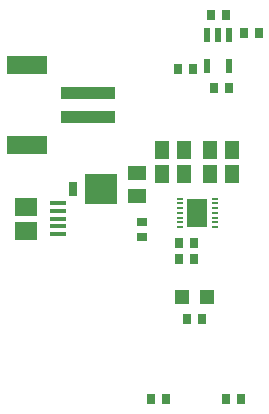
<source format=gtp>
G75*
%MOIN*%
%OFA0B0*%
%FSLAX25Y25*%
%IPPOS*%
%LPD*%
%AMOC8*
5,1,8,0,0,1.08239X$1,22.5*
%
%ADD10R,0.02205X0.00984*%
%ADD11R,0.07008X0.09252*%
%ADD12R,0.05315X0.01575*%
%ADD13R,0.07480X0.05906*%
%ADD14R,0.18110X0.03937*%
%ADD15R,0.13386X0.06299*%
%ADD16R,0.10500X0.10000*%
%ADD17R,0.03000X0.05000*%
%ADD18R,0.05118X0.05906*%
%ADD19R,0.05906X0.05118*%
%ADD20R,0.02756X0.03543*%
%ADD21R,0.04724X0.04724*%
%ADD22R,0.03543X0.02756*%
%ADD23R,0.02165X0.04724*%
D10*
X0067087Y0070576D03*
X0067087Y0072150D03*
X0067087Y0073725D03*
X0067087Y0075300D03*
X0067087Y0076875D03*
X0067087Y0078450D03*
X0067087Y0080024D03*
X0078701Y0080024D03*
X0078701Y0078450D03*
X0078701Y0076875D03*
X0078701Y0075300D03*
X0078701Y0073725D03*
X0078701Y0072150D03*
X0078701Y0070576D03*
D11*
X0072894Y0075300D03*
D12*
X0026425Y0068182D03*
X0026425Y0070741D03*
X0026425Y0073300D03*
X0026425Y0075859D03*
X0026425Y0078418D03*
D13*
X0015894Y0077237D03*
X0015933Y0069363D03*
D14*
X0036461Y0107363D03*
X0036461Y0115237D03*
D15*
X0015988Y0124686D03*
X0015988Y0097914D03*
D16*
X0040894Y0083300D03*
D17*
X0031644Y0083300D03*
D18*
X0061154Y0088300D03*
X0061154Y0096300D03*
X0068634Y0096300D03*
X0068634Y0088300D03*
X0077154Y0088300D03*
X0077154Y0096300D03*
X0084634Y0096300D03*
X0084634Y0088300D03*
D19*
X0052894Y0088540D03*
X0052894Y0081060D03*
D20*
X0066835Y0065300D03*
X0066835Y0059800D03*
X0071953Y0059800D03*
X0071953Y0065300D03*
X0074453Y0039800D03*
X0069335Y0039800D03*
X0062453Y0013300D03*
X0057335Y0013300D03*
X0082335Y0013300D03*
X0087453Y0013300D03*
X0083453Y0116800D03*
X0078335Y0116800D03*
X0071453Y0123300D03*
X0066335Y0123300D03*
X0077335Y0141300D03*
X0082453Y0141300D03*
X0088335Y0135300D03*
X0093453Y0135300D03*
D21*
X0076028Y0047300D03*
X0067760Y0047300D03*
D22*
X0054394Y0067241D03*
X0054394Y0072359D03*
D23*
X0076154Y0124182D03*
X0076154Y0134418D03*
X0079894Y0134418D03*
X0083634Y0134418D03*
X0083634Y0124182D03*
M02*

</source>
